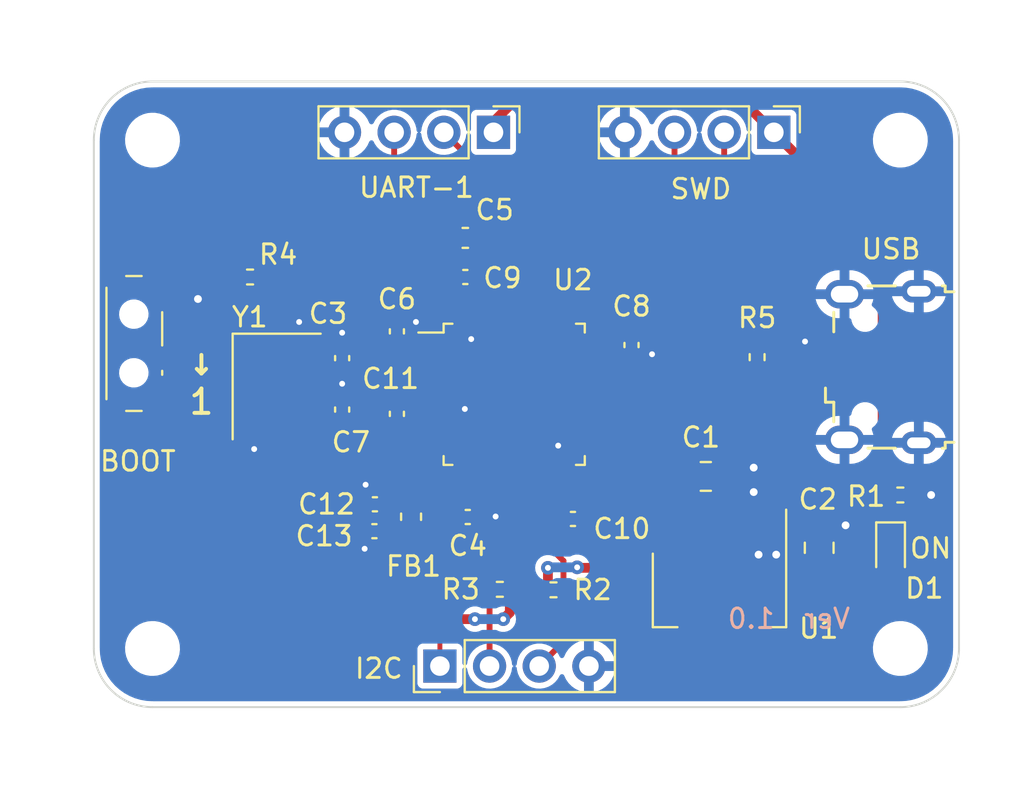
<source format=kicad_pcb>
(kicad_pcb (version 20211014) (generator pcbnew)
  (layers (0 "F.Cu" signal) (31 "B.Cu" power) (34 "B.Paste" user) (35 "F.Paste" user) (36 "B.SilkS" user "B.Silkscreen") (37 "F.SilkS" user "F.Silkscreen") (38 "B.Mask" user) (39 "F.Mask" user) (44 "Edge.Cuts" user))
  (net 0 "")
  (net 1 "VBUS")
  (net 2 "GND")
  (net 3 "+3.3V")
  (net 4 "/HSE_IN")
  (net 5 "/NRST")
  (net 6 "/HSE_OUT")
  (net 7 "+3.3VA")
  (net 8 "Net-(D1-Pad1)")
  (net 9 "/USART_1_TX")
  (net 10 "/I2C2_SCL")
  (net 11 "/I2C2_SDA")
  (net 12 "/SWDIO")
  (net 13 "/SWCLK")
  (net 14 "/USB_D-")
  (net 15 "/USB_D+")
  (net 17 "/SW_BOOT0")
  (net 18 "/BOOT0")
  (net 46 "/USART_1_RX")
  (footprint "Resistor_SMD:R_0402_1005Metric" (layer "F.Cu") (at 167.425 87.1 -90)
    (fp_text reference "R5" (at -2.01 0 180) (layer "F.SilkS"))
    (fp_text value "1k5")
    (fp_line (start -0.153641 0.38) (end 0.153641 0.38) (layer "F.SilkS") (width 0.12))
    (fp_line (start -0.153641 -0.38) (end 0.153641 -0.38) (layer "F.SilkS") (width 0.12))
    (pad "1" smd roundrect (at -0.51 0 270) (size 0.54 0.64) (layers "F.Cu" "F.Paste" "F.Mask") (net 3 "+3.3V"))
    (pad "2" smd roundrect (at 0.51 0 270) (size 0.54 0.64) (layers "F.Cu" "F.Paste" "F.Mask") (net 15 "/USB_D+"))
  )
  (footprint "Capacitor_SMD:C_0402_1005Metric" (layer "F.Cu") (at 149 85.78 90)
    (fp_text reference "C6" (at 1.65 0 180) (layer "F.SilkS"))
    (fp_text value "100n")
    (fp_line (start -0.107836 -0.36) (end 0.107836 -0.36) (layer "F.SilkS") (width 0.12))
    (fp_line (start -0.107836 0.36) (end 0.107836 0.36) (layer "F.SilkS") (width 0.12))
    (pad "1" smd roundrect (at -0.48 0 90) (size 0.56 0.62) (layers "F.Cu" "F.Paste" "F.Mask") (net 3 "+3.3V"))
    (pad "2" smd roundrect (at 0.48 0 90) (size 0.56 0.62) (layers "F.Cu" "F.Paste" "F.Mask") (net 2 "GND"))
  )
  (footprint "Connector_PinHeader_2.54mm:PinHeader_1x04_P2.54mm_Vertical" (layer "F.Cu") (at 151.2 102.9 90)
    (fp_text reference "J2")
    (fp_text value "Conn_01x04_Male")
    (fp_line (start 1.33 1.27) (end 1.33 8.95) (layer "F.SilkS") (width 0.12))
    (fp_line (start -1.33 1.27) (end -1.33 8.95) (layer "F.SilkS") (width 0.12))
    (fp_line (start -1.33 0) (end -1.33 -1.33) (layer "F.SilkS") (width 0.12))
    (fp_line (start -1.33 -1.33) (end 0 -1.33) (layer "F.SilkS") (width 0.12))
    (fp_line (start -1.33 1.27) (end 1.33 1.27) (layer "F.SilkS") (width 0.12))
    (fp_line (start -1.33 8.95) (end 1.33 8.95) (layer "F.SilkS") (width 0.12))
    (pad "1" thru_hole rect (at 0 0 90) (size 1.7 1.7) (drill 1) (layers *.Cu *.Mask) (net 3 "+3.3V"))
    (pad "2" thru_hole oval (at 0 2.54 90) (size 1.7 1.7) (drill 1) (layers *.Cu *.Mask) (net 10 "/I2C2_SCL"))
    (pad "3" thru_hole oval (at 0 5.08 90) (size 1.7 1.7) (drill 1) (layers *.Cu *.Mask) (net 11 "/I2C2_SDA"))
    (pad "4" thru_hole oval (at 0 7.62 90) (size 1.7 1.7) (drill 1) (layers *.Cu *.Mask) (net 2 "GND"))
  )
  (footprint "Capacitor_SMD:C_0402_1005Metric" (layer "F.Cu") (at 149 90 90)
    (fp_text reference "C11" (at 1.8 -0.325 180) (layer "F.SilkS"))
    (fp_text value "10u")
    (fp_line (start -0.107836 0.36) (end 0.107836 0.36) (layer "F.SilkS") (width 0.12))
    (fp_line (start -0.107836 -0.36) (end 0.107836 -0.36) (layer "F.SilkS") (width 0.12))
    (pad "1" smd roundrect (at -0.48 0 90) (size 0.56 0.62) (layers "F.Cu" "F.Paste" "F.Mask") (net 7 "+3.3VA"))
    (pad "2" smd roundrect (at 0.48 0 90) (size 0.56 0.62) (layers "F.Cu" "F.Paste" "F.Mask") (net 2 "GND"))
  )
  (footprint "Resistor_SMD:R_0402_1005Metric" (layer "F.Cu") (at 141.49 83)
    (fp_text reference "R4" (at 1.435 -1.15) (layer "F.SilkS"))
    (fp_text value "10k")
    (fp_line (start -0.153641 0.38) (end 0.153641 0.38) (layer "F.SilkS") (width 0.12))
    (fp_line (start -0.153641 -0.38) (end 0.153641 -0.38) (layer "F.SilkS") (width 0.12))
    (pad "1" smd roundrect (at -0.51 0) (size 0.54 0.64) (layers "F.Cu" "F.Paste" "F.Mask") (net 17 "/SW_BOOT0"))
    (pad "2" smd roundrect (at 0.51 0) (size 0.54 0.64) (layers "F.Cu" "F.Paste" "F.Mask") (net 18 "/BOOT0"))
  )
  (footprint "Capacitor_SMD:C_0805_2012Metric" (layer "F.Cu") (at 164.8 93.2)
    (fp_text reference "C1" (at -0.25 -2) (layer "F.SilkS"))
    (fp_text value "22u")
    (fp_line (start -0.261252 -0.735) (end 0.261252 -0.735) (layer "F.SilkS") (width 0.12))
    (fp_line (start -0.261252 0.735) (end 0.261252 0.735) (layer "F.SilkS") (width 0.12))
    (pad "1" smd roundrect (at -0.95 0) (size 1 1.45) (layers "F.Cu" "F.Paste" "F.Mask") (net 1 "VBUS"))
    (pad "2" smd roundrect (at 0.95 0) (size 1 1.45) (layers "F.Cu" "F.Paste" "F.Mask") (net 2 "GND"))
  )
  (footprint "Package_TO_SOT_SMD:SOT-223-3_TabPin2" (layer "F.Cu") (at 165.5 99 -90)
    (fp_text reference "U1" (at 1.975 -5.075 180) (layer "F.SilkS"))
    (fp_text value "AMS1117-3.3")
    (fp_line (start -4.1 -3.41) (end 1.91 -3.41) (layer "F.SilkS") (width 0.12))
    (fp_line (start -1.85 3.41) (end 1.91 3.41) (layer "F.SilkS") (width 0.12))
    (fp_line (start 1.91 -3.41) (end 1.91 -2.15) (layer "F.SilkS") (width 0.12))
    (fp_line (start 1.91 3.41) (end 1.91 2.15) (layer "F.SilkS") (width 0.12))
    (pad "1" smd rect (at -3.15 -2.3 270) (size 2 1.5) (layers "F.Cu" "F.Paste" "F.Mask") (net 2 "GND"))
    (pad "2" smd rect (at -3.15 0 270) (size 2 1.5) (layers "F.Cu" "F.Paste" "F.Mask") (net 3 "+3.3V"))
    (pad "2" smd rect (at 3.15 0 270) (size 2 3.8) (layers "F.Cu" "F.Paste" "F.Mask") (net 3 "+3.3V"))
    (pad "3" smd rect (at -3.15 2.3 270) (size 2 1.5) (layers "F.Cu" "F.Paste" "F.Mask") (net 1 "VBUS"))
  )
  (footprint "Resistor_SMD:R_0402_1005Metric" (layer "F.Cu") (at 174.75 94.15)
    (fp_text reference "R1" (at -1.75 0.075) (layer "F.SilkS"))
    (fp_text value "1k5")
    (fp_line (start -0.153641 0.38) (end 0.153641 0.38) (layer "F.SilkS") (width 0.12))
    (fp_line (start -0.153641 -0.38) (end 0.153641 -0.38) (layer "F.SilkS") (width 0.12))
    (pad "1" smd roundrect (at -0.51 0) (size 0.54 0.64) (layers "F.Cu" "F.Paste" "F.Mask") (net 8 "Net-(D1-Pad1)"))
    (pad "2" smd roundrect (at 0.51 0) (size 0.54 0.64) (layers "F.Cu" "F.Paste" "F.Mask") (net 2 "GND"))
  )
  (footprint "Capacitor_SMD:C_0402_1005Metric" (layer "F.Cu") (at 146.2 87.15 90)
    (fp_text reference "C3" (at 2.275 -0.725) (layer "F.SilkS"))
    (fp_text value "10p")
    (fp_line (start -0.107836 0.36) (end 0.107836 0.36) (layer "F.SilkS") (width 0.12))
    (fp_line (start -0.107836 -0.36) (end 0.107836 -0.36) (layer "F.SilkS") (width 0.12))
    (pad "1" smd roundrect (at -0.48 0 90) (size 0.56 0.62) (layers "F.Cu" "F.Paste" "F.Mask") (net 4 "/HSE_IN"))
    (pad "2" smd roundrect (at 0.48 0 90) (size 0.56 0.62) (layers "F.Cu" "F.Paste" "F.Mask") (net 2 "GND"))
  )
  (footprint "Capacitor_SMD:C_0402_1005Metric" (layer "F.Cu") (at 147.875 94.625 180)
    (fp_text reference "C12" (at 2.475 0) (layer "F.SilkS"))
    (fp_text value "1u")
    (fp_line (start -0.107836 0.36) (end 0.107836 0.36) (layer "F.SilkS") (width 0.12))
    (fp_line (start -0.107836 -0.36) (end 0.107836 -0.36) (layer "F.SilkS") (width 0.12))
    (pad "1" smd roundrect (at -0.48 0 180) (size 0.56 0.62) (layers "F.Cu" "F.Paste" "F.Mask") (net 7 "+3.3VA"))
    (pad "2" smd roundrect (at 0.48 0 180) (size 0.56 0.62) (layers "F.Cu" "F.Paste" "F.Mask") (net 2 "GND"))
  )
  (footprint "Capacitor_SMD:C_0402_1005Metric" (layer "F.Cu") (at 161 86.48 -90)
    (fp_text reference "C8" (at -1.98 0 180) (layer "F.SilkS"))
    (fp_text value "100n")
    (fp_line (start -0.107836 0.36) (end 0.107836 0.36) (layer "F.SilkS") (width 0.12))
    (fp_line (start -0.107836 -0.36) (end 0.107836 -0.36) (layer "F.SilkS") (width 0.12))
    (pad "1" smd roundrect (at -0.48 0 270) (size 0.56 0.62) (layers "F.Cu" "F.Paste" "F.Mask") (net 3 "+3.3V"))
    (pad "2" smd roundrect (at 0.48 0 270) (size 0.56 0.62) (layers "F.Cu" "F.Paste" "F.Mask") (net 2 "GND"))
  )
  (footprint "Resistor_SMD:R_0402_1005Metric" (layer "F.Cu") (at 154.265 98.975 180)
    (fp_text reference "R3" (at 2 0) (layer "F.SilkS"))
    (fp_text value "1k5")
    (fp_line (start -0.153641 -0.38) (end 0.153641 -0.38) (layer "F.SilkS") (width 0.12))
    (fp_line (start -0.153641 0.38) (end 0.153641 0.38) (layer "F.SilkS") (width 0.12))
    (pad "1" smd roundrect (at -0.51 0 180) (size 0.54 0.64) (layers "F.Cu" "F.Paste" "F.Mask") (net 3 "+3.3V"))
    (pad "2" smd roundrect (at 0.51 0 180) (size 0.54 0.64) (layers "F.Cu" "F.Paste" "F.Mask") (net 10 "/I2C2_SCL"))
  )
  (footprint "Connector_PinHeader_2.54mm:PinHeader_1x04_P2.54mm_Vertical" (layer "F.Cu") (at 153.94 75.6 -90)
    (fp_text reference "J1")
    (fp_text value "Conn_01x04_Male")
    (fp_line (start 1.33 1.27) (end 1.33 8.95) (layer "F.SilkS") (width 0.12))
    (fp_line (start -1.33 0) (end -1.33 -1.33) (layer "F.SilkS") (width 0.12))
    (fp_line (start -1.33 1.27) (end -1.33 8.95) (layer "F.SilkS") (width 0.12))
    (fp_line (start -1.33 8.95) (end 1.33 8.95) (layer "F.SilkS") (width 0.12))
    (fp_line (start -1.33 -1.33) (end 0 -1.33) (layer "F.SilkS") (width 0.12))
    (fp_line (start -1.33 1.27) (end 1.33 1.27) (layer "F.SilkS") (width 0.12))
    (pad "1" thru_hole rect (at 0 0 270) (size 1.7 1.7) (drill 1) (layers *.Cu *.Mask) (net 3 "+3.3V"))
    (pad "2" thru_hole oval (at 0 2.54 270) (size 1.7 1.7) (drill 1) (layers *.Cu *.Mask) (net 9 "/USART_1_TX"))
    (pad "3" thru_hole oval (at 0 5.08 270) (size 1.7 1.7) (drill 1) (layers *.Cu *.Mask) (net 46 "/USART_1_RX"))
    (pad "4" thru_hole oval (at 0 7.62 270) (size 1.7 1.7) (drill 1) (layers *.Cu *.Mask) (net 2 "GND"))
  )
  (footprint "Package_QFP:LQFP-48_7x7mm_P0.5mm" (layer "F.Cu") (at 155 89)
    (fp_text reference "U2" (at 3 -5.85) (layer "F.SilkS"))
    (fp_text value "STM32F103C8T6")
    (fp_line (start 3.61 -3.61) (end 3.61 -3.16) (layer "F.SilkS") (width 0.12))
    (fp_line (start 3.16 3.61) (end 3.61 3.61) (layer "F.SilkS") (width 0.12))
    (fp_line (start -3.61 3.61) (end -3.61 3.16) (layer "F.SilkS") (width 0.12))
    (fp_line (start -3.16 3.61) (end -3.61 3.61) (layer "F.SilkS") (width 0.12))
    (fp_line (start -3.61 -3.16) (end -4.9 -3.16) (layer "F.SilkS") (width 0.12))
    (fp_line (start 3.16 -3.61) (end 3.61 -3.61) (layer "F.SilkS") (width 0.12))
    (fp_line (start -3.61 -3.61) (end -3.61 -3.16) (layer "F.SilkS") (width 0.12))
    (fp_line (start 3.61 3.61) (end 3.61 3.16) (layer "F.SilkS") (width 0.12))
    (fp_line (start -3.16 -3.61) (end -3.61 -3.61) (layer "F.SilkS") (width 0.12))
    (pad "1" smd roundrect (at -4.1625 -2.75) (size 1.475 0.3) (layers "F.Cu" "F.Paste" "F.Mask") (net 3 "+3.3V"))
    (pad "2" smd roundrect (at -4.1625 -2.25) (size 1.475 0.3) (layers "F.Cu" "F.Paste" "F.Mask"))
    (pad "3" smd roundrect (at -4.1625 -1.75) (size 1.475 0.3) (layers "F.Cu" "F.Paste" "F.Mask"))
    (pad "4" smd roundrect (at -4.1625 -1.25) (size 1.475 0.3) (layers "F.Cu" "F.Paste" "F.Mask"))
    (pad "5" smd roundrect (at -4.1625 -0.75) (size 1.475 0.3) (layers "F.Cu" "F.Paste" "F.Mask") (net 4 "/HSE_IN"))
    (pad "6" smd roundrect (at -4.1625 -0.25) (size 1.475 0.3) (layers "F.Cu" "F.Paste" "F.Mask") (net 6 "/HSE_OUT"))
    (pad "7" smd roundrect (at -4.1625 0.25) (size 1.475 0.3) (layers "F.Cu" "F.Paste" "F.Mask") (net 5 "/NRST"))
    (pad "8" smd roundrect (at -4.1625 0.75) (size 1.475 0.3) (layers "F.Cu" "F.Paste" "F.Mask") (net 2 "GND"))
    (pad "9" smd roundrect (at -4.1625 1.25) (size 1.475 0.3) (layers "F.Cu" "F.Paste" "F.Mask") (net 7 "+3.3VA"))
    (pad "10" smd roundrect (at -4.1625 1.75) (size 1.475 0.3) (layers "F.Cu" "F.Paste" "F.Mask"))
    (pad "11" smd roundrect (at -4.1625 2.25) (size 1.475 0.3) (layers "F.Cu" "F.Paste" "F.Mask"))
    (pad "12" smd roundrect (at -4.1625 2.75) (size 1.475 0.3) (layers "F.Cu" "F.Paste" "F.Mask"))
    (pad "13" smd roundrect (at -2.75 4.1625) (size 0.3 1.475) (layers "F.Cu" "F.Paste" "F.Mask"))
    (pad "14" smd roundrect (at -2.25 4.1625) (size 0.3 1.475) (layers "F.Cu" "F.Paste" "F.Mask"))
    (pad "15" smd roundrect (at -1.75 4.1625) (size 0.3 1.475) (layers "F.Cu" "F.Paste" "F.Mask"))
    (pad "16" smd roundrect (at -1.25 4.1625) (size 0.3 1.475) (layers "F.Cu" "F.Paste" "F.Mask"))
    (pad "17" smd roundrect (at -0.75 4.1625) (size 0.3 1.475) (layers "F.Cu" "F.Paste" "F.Mask"))
    (pad "18" smd roundrect (at -0.25 4.1625) (size 0.3 1.475) (layers "F.Cu" "F.Paste" "F.Mask"))
    (pad "19" smd roundrect (at 0.25 4.1625) (size 0.3 1.475) (layers "F.Cu" "F.Paste" "F.Mask"))
    (pad "20" smd roundrect (at 0.75 4.1625) (size 0.3 1.475) (layers "F.Cu" "F.Paste" "F.Mask"))
    (pad "21" smd roundrect (at 1.25 4.1625) (size 0.3 1.475) (layers "F.Cu" "F.Paste" "F.Mask") (net 10 "/I2C2_SCL"))
    (pad "22" smd roundrect (at 1.75 4.1625) (size 0.3 1.475) (layers "F.Cu" "F.Paste" "F.Mask") (net 11 "/I2C2_SDA"))
    (pad "23" smd roundrect (at 2.25 4.1625) (size 0.3 1.475) (layers "F.Cu" "F.Paste" "F.Mask") (net 2 "GND"))
    (pad "24" smd roundrect (at 2.75 4.1625) (size 0.3 1.475) (layers "F.Cu" "F.Paste" "F.Mask") (net 3 "+3.3V"))
    (pad "25" smd roundrect (at 4.1625 2.75) (size 1.475 0.3) (layers "F.Cu" "F.Paste" "F.Mask"))
    (pad "26" smd roundrect (at 4.1625 2.25) (size 1.475 0.3) (layers "F.Cu" "F.Paste" "F.Mask"))
    (pad "27" smd roundrect (at 4.1625 1.75) (size 1.475 0.3) (layers "F.Cu" "F.Paste" "F.Mask"))
    (pad "28" smd roundrect (at 4.1625 1.25) (size 1.475 0.3) (layers "F.Cu" "F.Paste" "F.Mask"))
    (pad "29" smd roundrect (at 4.1625 0.75) (size 1.475 0.3) (layers "F.Cu" "F.Paste" "F.Mask"))
    (pad "30" smd roundrect (at 4.1625 0.25) (size 1.475 0.3) (layers "F.Cu" "F.Paste" "F.Mask"))
    (pad "31" smd roundrect (at 4.1625 -0.25) (size 1.475 0.3) (layers "F.Cu" "F.Paste" "F.Mask"))
    (pad "32" smd roundrect (at 4.1625 -0.75) (size 1.475 0.3) (layers "F.Cu" "F.Paste" "F.Mask") (net 14 "/USB_D-"))
    (pad "33" smd roundrect (at 4.1625 -1.25) (size 1.475 0.3) (layers "F.Cu" "F.Paste" "F.Mask") (net 15 "/USB_D+"))
    (pad "34" smd roundrect (at 4.1625 -1.75) (size 1.475 0.3) (layers "F.Cu" "F.Paste" "F.Mask") (net 12 "/SWDIO"))
    (pad "35" smd roundrect (at 4.1625 -2.25) (size 1.475 0.3) (layers "F.Cu" "F.Paste" "F.Mask") (net 2 "GND"))
    (pad "36" smd roundrect (at 4.1625 -2.75) (size 1.475 0.3) (layers "F.Cu" "F.Paste" "F.Mask") (net 3 "+3.3V"))
    (pad "37" smd roundrect (at 2.75 -4.1625) (size 0.3 1.475) (layers "F.Cu" "F.Paste" "F.Mask") (net 13 "/SWCLK"))
    (pad "38" smd roundrect (at 2.25 -4.1625) (size 0.3 1.475) (layers "F.Cu" "F.Paste" "F.Mask"))
    (pad "39" smd roundrect (at 1.75 -4.1625) (size 0.3 1.475) (layers "F.Cu" "F.Paste" "F.Mask"))
    (pad "40" smd roundrect (at 1.25 -4.1625) (size 0.3 1.475) (layers "F.Cu" "F.Paste" "F.Mask"))
    (pad "41" smd roundrect (at 0.75 -4.1625) (size 0.3 1.475) (layers "F.Cu" "F.Paste" "F.Mask"))
    (pad "42" smd roundrect (at 0.25 -4.1625) (size 0.3 1.475) (layers "F.Cu" "F.Paste" "F.Mask") (net 9 "/USART_1_TX"))
    (pad "43" smd roundrect (at -0.25 -4.1625) (size 0.3 1.475) (layers "F.Cu" "F.Paste" "F.Mask") (net 46 "/USART_1_RX"))
    (pad "44" smd roundrect (at -0.75 -4.1625) (size 0.3 1.475) (layers "F.Cu" "F.Paste" "F.Mask") (net 18 "/BOOT0"))
    (pad "45" smd roundrect (at -1.25 -4.1625) (size 0.3 1.475) (layers "F.Cu" "F.Paste" "F.Mask"))
    (pad "46" smd roundrect (at -1.75 -4.1625) (size 0.3 1.475) (layers "F.Cu" "F.Paste" "F.Mask"))
    (pad "47" smd roundrect (at -2.25 -4.1625) (size 0.3 1.475) (layers "F.Cu" "F.Paste" "F.Mask") (net 2 "GND"))
    (pad "48" smd roundrect (at -2.75 -4.1625) (size 0.3 1.475) (layers "F.Cu" "F.Paste" "F.Mask") (net 3 "+3.3V"))
  )
  (footprint "Capacitor_SMD:C_0402_1005Metric" (layer "F.Cu") (at 158.005 95.375 180)
    (fp_text reference "C10" (at -2.5 -0.5) (layer "F.SilkS"))
    (fp_text value "100n")
    (fp_line (start -0.107836 -0.36) (end 0.107836 -0.36) (layer "F.SilkS") (width 0.12))
    (fp_line (start -0.107836 0.36) (end 0.107836 0.36) (layer "F.SilkS") (width 0.12))
    (pad "1" smd roundrect (at -0.48 0 180) (size 0.56 0.62) (layers "F.Cu" "F.Paste" "F.Mask") (net 3 "+3.3V"))
    (pad "2" smd roundrect (at 0.48 0 180) (size 0.56 0.62) (layers "F.Cu" "F.Paste" "F.Mask") (net 2 "GND"))
  )
  (footprint "Capacitor_SMD:C_0402_1005Metric" (layer "F.Cu") (at 152.5 83)
    (fp_text reference "C9" (at 1.9 0.05) (layer "F.SilkS"))
    (fp_text value "100n")
    (fp_line (start -0.107836 0.36) (end 0.107836 0.36) (layer "F.SilkS") (width 0.12))
    (fp_line (start -0.107836 -0.36) (end 0.107836 -0.36) (layer "F.SilkS") (width 0.12))
    (pad "1" smd roundrect (at -0.48 0) (size 0.56 0.62) (layers "F.Cu" "F.Paste" "F.Mask") (net 3 "+3.3V"))
    (pad "2" smd roundrect (at 0.48 0) (size 0.56 0.62) (layers "F.Cu" "F.Paste" "F.Mask") (net 2 "GND"))
  )
  (footprint "MountingHole:MountingHole_2.2mm_M2" (layer "F.Cu") (at 136.5 76)
    (fp_text reference "H1")
    (fp_text value "MountingHole")
    (pad "" np_thru_hole circle (at 0 0) (size 2.2 2.2) (drill 2.2) (layers *.Cu *.Mask))
  )
  (footprint "MountingHole:MountingHole_2.2mm_M2" (layer "F.Cu") (at 174.75 102)
    (fp_text reference "H3")
    (fp_text value "MountingHole")
    (pad "" np_thru_hole circle (at 0 0) (size 2.2 2.2) (drill 2.2) (layers *.Cu *.Mask))
  )
  (footprint "Capacitor_SMD:C_0603_1608Metric" (layer "F.Cu") (at 152.5 81)
    (fp_text reference "C5" (at 1.5 -1.43) (layer "F.SilkS"))
    (fp_text value "10u")
    (fp_line (start -0.14058 0.51) (end 0.14058 0.51) (layer "F.SilkS") (width 0.12))
    (fp_line (start -0.14058 -0.51) (end 0.14058 -0.51) (layer "F.SilkS") (width 0.12))
    (pad "1" smd roundrect (at -0.775 0) (size 0.9 0.95) (layers "F.Cu" "F.Paste" "F.Mask") (net 3 "+3.3V"))
    (pad "2" smd roundrect (at 0.775 0) (size 0.9 0.95) (layers "F.Cu" "F.Paste" "F.Mask") (net 2 "GND"))
  )
  (footprint "Capacitor_SMD:C_0402_1005Metric" (layer "F.Cu") (at 146.2 89.78 90)
    (fp_text reference "C7" (at -1.67 0.45 180) (layer "F.SilkS"))
    (fp_text value "10p")
    (fp_line (start -0.107836 -0.36) (end 0.107836 -0.36) (layer "F.SilkS") (width 0.12))
    (fp_line (start -0.107836 0.36) (end 0.107836 0.36) (layer "F.SilkS") (width 0.12))
    (pad "1" smd roundrect (at -0.48 0 90) (size 0.56 0.62) (layers "F.Cu" "F.Paste" "F.Mask") (net 6 "/HSE_OUT"))
    (pad "2" smd roundrect (at 0.48 0 90) (size 0.56 0.62) (layers "F.Cu" "F.Paste" "F.Mask") (net 2 "GND"))
  )
  (footprint "LED_SMD:LED_0603_1608Metric" (layer "F.Cu") (at 174.25 97.0375 -90)
    (fp_text reference "D1" (at 1.8875 -1.725) (layer "F.SilkS"))
    (fp_text value "RED ")
    (fp_line (start 0.8 -0.735) (end -1.485 -0.735) (layer "F.SilkS") (width 0.12))
    (fp_line (start -1.485 -0.735) (end -1.485 0.735) (layer "F.SilkS") (width 0.12))
    (fp_line (start -1.485 0.735) (end 0.8 0.735) (layer "F.SilkS") (width 0.12))
    (pad "1" smd roundrect (at -0.7875 0 270) (size 0.875 0.95) (layers "F.Cu" "F.Paste" "F.Mask") (net 8 "Net-(D1-Pad1)"))
    (pad "2" smd roundrect (at 0.7875 0 270) (size 0.875 0.95) (layers "F.Cu" "F.Paste" "F.Mask") (net 3 "+3.3V"))
  )
  (footprint "Capacitor_SMD:C_0805_2012Metric" (layer "F.Cu") (at 170.6 96.85 90)
    (fp_text reference "C2" (at 2.475 -0.075 180) (layer "F.SilkS"))
    (fp_text value "22u")
    (fp_line (start -0.261252 -0.735) (end 0.261252 -0.735) (layer "F.SilkS") (width 0.12))
    (fp_line (start -0.261252 0.735) (end 0.261252 0.735) (layer "F.SilkS") (width 0.12))
    (pad "1" smd roundrect (at -0.95 0 90) (size 1 1.45) (layers "F.Cu" "F.Paste" "F.Mask") (net 3 "+3.3V"))
    (pad "2" smd roundrect (at 0.95 0 90) (size 1 1.45) (layers "F.Cu" "F.Paste" "F.Mask") (net 2 "GND"))
  )
  (footprint "Capacitor_SMD:C_0402_1005Metric" (layer "F.Cu") (at 147.85 96 180)
    (fp_text reference "C13" (at 2.575 -0.25) (layer "F.SilkS"))
    (fp_text value "1u")
    (fp_line (start -0.107836 0.36) (end 0.107836 0.36) (layer "F.SilkS") (width 0.12))
    (fp_line (start -0.107836 -0.36) (end 0.107836 -0.36) (layer "F.SilkS") (width 0.12))
    (pad "1" smd roundrect (at -0.48 0 180) (size 0.56 0.62) (layers "F.Cu" "F.Paste" "F.Mask") (net 3 "+3.3V"))
    (pad "2" smd roundrect (at 0.48 0 180) (size 0.56 0.62) (layers "F.Cu" "F.Paste" "F.Mask") (net 2 "GND"))
  )
  (footprint "Inductor_SMD:L_0603_1608Metric" (layer "F.Cu") (at 149.725 95.2625 -90)
    (fp_text reference "FB1" (at 2.5375 -0.125 180) (layer "F.SilkS"))
    (fp_text value "120R")
    (fp_line (start -0.162779 0.51) (end 0.162779 0.51) (layer "F.SilkS") (width 0.12))
    (fp_line (start -0.162779 -0.51) (end 0.162779 -0.51) (layer "F.SilkS") (width 0.12))
    (pad "1" smd roundrect (at -0.7875 0 270) (size 0.875 0.95) (layers "F.Cu" "F.Paste" "F.Mask") (net 7 "+3.3VA"))
    (pad "2" smd roundrect (at 0.7875 0 270) (size 0.875 0.95) (layers "F.Cu" "F.Paste" "F.Mask") (net 3 "+3.3V"))
  )
  (footprint "MountingHole:MountingHole_2.2mm_M2" (layer "F.Cu") (at 136.5 102)
    (fp_text reference "H4")
    (fp_text value "MountingHole")
    (pad "" np_thru_hole circle (at 0 0) (size 2.2 2.2) (drill 2.2) (layers *.Cu *.Mask))
  )
  (footprint "Resistor_SMD:R_0402_1005Metric" (layer "F.Cu") (at 157.01 99)
    (fp_text reference "R2" (at 2 0) (layer "F.SilkS"))
    (fp_text value "1k5")
    (fp_line (start -0.153641 0.38) (end 0.153641 0.38) (layer "F.SilkS") (width 0.12))
    (fp_line (start -0.153641 -0.38) (end 0.153641 -0.38) (layer "F.SilkS") (width 0.12))
    (pad "1" smd roundrect (at -0.51 0) (size 0.54 0.64) (layers "F.Cu" "F.Paste" "F.Mask") (net 3 "+3.3V"))
    (pad "2" smd roundrect (at 0.51 0) (size 0.54 0.64) (layers "F.Cu" "F.Paste" "F.Mask") (net 11 "/I2C2_SDA"))
  )
  (footprint "Button_Switch_SMD:SW_SPDT_PCM12" (layer "F.Cu") (at 135.875 86.4 -90)
    (fp_text reference "SW1" hide)
    (fp_text value "SW_SPDT")
    (fp_line (start -3.45 -0.07) (end -3.45 0.72) (layer "F.SilkS") (width 0.12))
    (fp_line (start 3.45 0.72) (end 3.45 -0.07) (layer "F.SilkS") (width 0.12))
    (fp_line (start 1.4 -1.12) (end 1.6 -1.12) (layer "F.SilkS") (width 0.12))
    (fp_line (start -1.6 -1.12) (end 0.1 -1.12) (layer "F.SilkS") (width 0.12))
    (fp_line (start -2.85 1.73) (end 2.85 1.73) (layer "F.SilkS") (width 0.12))
    (pad "" smd rect (at -3.65 1.43 270) (size 1 0.8) (layers "F.Cu" "F.Paste" "F.Mask"))
    (pad "" np_thru_hole circle (at -1.5 0.33 270) (size 0.9 0.9) (drill 0.9) (layers *.Cu *.Mask))
    (pad "" np_thru_hole circle (at 1.5 0.33 270) (size 0.9 0.9) (drill 0.9) (layers *.Cu *.Mask))
    (pad "" smd rect (at 3.65 1.43 270) (size 1 0.8) (layers "F.Cu" "F.Paste" "F.Mask"))
    (pad "" smd rect (at 3.65 -0.78 270) (size 1 0.8) (layers "F.Cu" "F.Paste" "F.Mask"))
    (pad "" smd rect (at -3.65 -0.78 270) (size 1 0.8) (layers "F.Cu" "F.Paste" "F.Mask"))
    (pad "1" smd rect (at -2.25 -1.43 270) (size 0.7 1.5) (layers "F.Cu" "F.Paste" "F.Mask") (net 2 "GND"))
    (pad "2" smd rect (at 0.75 -1.43 270) (size 0.7 1.5) (layers "F.Cu" "F.Paste" "F.Mask") (net 17 "/SW_BOOT0"))
    (pad "3" smd rect (at 2.25 -1.43 270) (size 0.7 1.5) (layers "F.Cu" "F.Paste" "F.Mask") (net 3 "+3.3V"))
  )
  (footprint "Capacitor_SMD:C_0402_1005Metric" (layer "F.Cu") (at 152.625 95.275)
    (fp_text reference "C4" (at 0 1.475) (layer "F.SilkS"))
    (fp_text value "100n")
    (fp_line (start -0.107836 0.36) (end 0.107836 0.36) (layer "F.SilkS") (width 0.12))
    (fp_line (start -0.107836 -0.36) (end 0.107836 -0.36) (layer "F.SilkS") (width 0.12))
    (pad "1" smd roundrect (at -0.48 0) (size 0.56 0.62) (layers "F.Cu" "F.Paste" "F.Mask") (net 5 "/NRST"))
    (pad "2" smd roundrect (at 0.48 0) (size 0.56 0.62) (layers "F.Cu" "F.Paste" "F.Mask") (net 2 "GND"))
  )
  (footprint "Connector_USB:USB_Micro-B_Wuerth_629105150521" (layer "F.Cu") (at 173.745 87.605 90)
    (fp_text reference "J4")
    (fp_text value "USB_B_Micro")
    (fp_line (start 1.8 -2.4) (end 2.8 -2.4) (layer "F.SilkS") (width 0.15))
    (fp_line (start -1.8 -2.825) (end -1.8 -2.4) (layer "F.SilkS") (width 0.15))
    (fp_line (start -3.85 3.3) (end -3.85 3.75) (layer "F.SilkS") (width 0.15))
    (fp_line (start 3.85 3.75) (end 3.85 3.3) (layer "F.SilkS") (width 0.15))
    (fp_line (start 4.15 3.3) (end 4.15 3.15) (layer "F.SilkS") (width 0.15))
    (fp_line (start -4.15 3.15) (end -4.15 3.3) (layer "F.SilkS") (width 0.15))
    (fp_line (start 4.15 0.75) (end 4.15 -0.65) (layer "F.SilkS") (width 0.15))
    (fp_line (start -4.15 3.3) (end -3.85 3.3) (layer "F.SilkS") (width 0.15))
    (fp_line (start 3.85 3.3) (end 4.15 3.3) (layer "F.SilkS") (width 0.15))
    (fp_line (start -4.15 -0.65) (end -4.15 0.75) (layer "F.SilkS") (width 0.15))
    (fp_line (start -1.8 -2.4) (end -2.8 -2.4) (layer "F.SilkS") (width 0.15))
    (fp_line (start -1.075 -2.825) (end -1.8 -2.825) (layer "F.SilkS") (width 0.15))
    (pad "" np_thru_hole oval (at 2.5 -0.8 90) (size 0.8 0.8) (drill 0.8) (layers *.Cu *.Mask))
    (pad "" np_thru_hole oval (at -2.5 -0.8 90) (size 0.8 0.8) (drill 0.8) (layers *.Cu *.Mask))
    (pad "1" smd rect (at -1.3 -1.9 90) (size 0.45 1.3) (layers "F.Cu" "F.Paste" "F.Mask") (net 1 "VBUS"))
    (pad "2" smd rect (at -0.65 -1.9 90) (size 0.45 1.3) (layers "F.Cu" "F.Paste" "F.Mask") (net 14 "/USB_D-"))
    (pad "3" smd rect (at 0 -1.9 90) (size 0.45 1.3) (layers "F.Cu" "F.Paste" "F.Mask") (net 15 "/USB_D+"))
    (pad "4" smd rect (at 0.65 -1.9 90) (size 0.45 1.3) (layers "F.Cu" "F.Paste" "F.Mask"))
    (pad "5" smd rect (at 1.3 -1.9 90) (size 0.45 1.3) (layers "F.Cu" "F.Paste" "F.Mask") (net 2 "GND"))
    (pad "6" thru_hole oval (at 3.875 1.95 90) (size 1.15 1.8) (drill oval 0.55 1.2) (layers *.Cu *.Mask) (net 2 "GND"))
    (pad "6" thru_hole oval (at -3.875 1.95 90) (size 1.15 1.8) (drill oval 0.55 1.2) (layers *.Cu *.Mask) (net 2 "GND"))
    (pad "6" thru_hole oval (at 3.725 -1.85 90) (size 1.45 2) (drill oval 0.85 1.4) (layers *.Cu *.Mask) (net 2 "GND"))
    (pad "6" thru_hole oval (at -3.725 -1.85 90) (size 1.45 2) (drill oval 0.85 1.4) (layers *.Cu *.Mask) (net 2 "GND"))
  )
  (footprint "Crystal:Crystal_SMD_3225-4Pin_3.2x2.5mm_HandSoldering" (layer "F.Cu") (at 142.85 88.6 -90)
    (fp_text reference "Y1" (at -3.55 1.375 180) (layer "F.SilkS"))
    (fp_text value "16Mhz")
    (fp_line (start -2.7 2.25) (end 2.7 2.25) (layer "F.SilkS") (width 0.12))
    (fp_line (start -2.7 -2.25) (end -2.7 2.25) (layer "F.SilkS") (width 0.12))
    (pad "1" smd rect (at -1.45 1.15 270) (size 2.1 1.8) (layers "F.Cu" "F.Paste" "F.Mask") (net 4 "/HSE_IN"))
    (pad "2" smd rect (at 1.45 1.15 270) (size 2.1 1.8) (layers "F.Cu" "F.Paste" "F.Mask") (net 2 "GND"))
    (pad "3" smd rect (at 1.45 -1.15 270) (size 2.1 1.8) (layers "F.Cu" "F.Paste" "F.Mask") (net 6 "/HSE_OUT"))
    (pad "4" smd rect (at -1.45 -1.15 270) (size 2.1 1.8) (layers "F.Cu" "F.Paste" "F.Mask") (net 2 "GND"))
  )
  (footprint "MountingHole:MountingHole_2.2mm_M2" (layer "F.Cu") (at 174.75 76)
    (fp_text reference "H2")
    (fp_text value "MountingHole")
    (pad "" np_thru_hole circle (at 0 0) (size 2.2 2.2) (drill 2.2) (layers *.Cu *.Mask))
  )
  (footprint "Connector_PinHeader_2.54mm:PinHeader_1x04_P2.54mm_Vertical" (layer "F.Cu") (at 168.28 75.6 -90)
    (fp_text reference "J3")
    (fp_text value "Conn_01x04_Male")
    (fp_line (start 1.33 1.27) (end 1.33 8.95) (layer "F.SilkS") (width 0.12))
    (fp_line (start -1.33 0) (end -1.33 -1.33) (layer "F.SilkS") (width 0.12))
    (fp_line (start -1.33 8.95) (end 1.33 8.95) (layer "F.SilkS") (width 0.12))
    (fp_line (start -1.33 1.27) (end 1.33 1.27) (layer "F.SilkS") (width 0.12))
    (fp_line (start -1.33 -1.33) (end 0 -1.33) (layer "F.SilkS") (width 0.12))
    (fp_line (start -1.33 1.27) (end -1.33 8.95) (layer "F.SilkS") (width 0.12))
    (pad "1" thru_hole rect (at 0 0 270) (size 1.7 1.7) (drill 1) (layers *.Cu *.Mask) (net 3 "+3.3V"))
    (pad "2" thru_hole oval (at 0 2.54 270) (size 1.7 1.7) (drill 1) (layers *.Cu *.Mask) (net 12 "/SWDIO"))
    (pad "3" thru_hole oval (at 0 5.08 270) (size 1.7 1.7) (drill 1) (layers *.Cu *.Mask) (net 13 "/SWCLK"))
    (pad "4" thru_hole oval (at 0 7.62 270) (size 1.7 1.7) (drill 1) (layers *.Cu *.Mask) (net 2 "GND"))
  )
  (gr_arc (start 174.75 73) (mid 176.87132 73.87868) (end 177.75 76) (layer "Edge.Cuts") (width 0.1))
  (gr_arc (start 133.5 76) (mid 134.37868 73.87868) (end 136.5 73) (layer "Edge.Cuts") (width 0.1))
  (gr_arc (start 177.75 102) (mid 176.87132 104.12132) (end 174.75 105) (layer "Edge.Cuts") (width 0.1))
  (gr_line (start 136.5 105) (end 174.75 105) (layer "Edge.Cuts") (width 0.1))
  (gr_line (start 133.5 102) (end 133.5 76) (layer "Edge.Cuts") (width 0.1))
  (gr_line (start 177.75 76) (end 177.75 102) (layer "Edge.Cuts") (width 0.1))
  (gr_arc (start 136.5 105) (mid 134.37868 104.12132) (end 133.5 102) (layer "Edge.Cuts") (width 0.1))
  (gr_line (start 136.5 73) (end 174.75 73) (layer "Edge.Cuts") (width 0.1))
  (gr_text "Ver  1.0" (at 169.05 100.475) (layer "B.SilkS") (effects (font (size 1 1)) (justify mirror)))
  (gr_text "BOOT" (at 135.75 92.425) (layer "F.SilkS") (effects (font (size 1 1))))
  (gr_text "SWD" (at 164.55 78.5) (layer "F.SilkS") (effects (font (size 1 1))))
  (gr_text "  ↓ \n 1" (at 138.525 88.375) (layer "F.SilkS") (effects (font (size 1.25 1.25) (thickness 0.2))))
  (gr_text "USB" (at 174.275 81.575) (layer "F.SilkS") (effects (font (size 1 1))))
  (gr_text "UART-1" (at 150 78.425) (layer "F.SilkS") (effects (font (size 1 1))))
  (gr_text "I2C" (at 148.075 103.025) (layer "F.SilkS") (effects (font (size 1 1))))
  (gr_text "ON" (at 176.3 96.875) (layer "F.SilkS") (effects (font (size 1 1))))
  (segment (start 152.75 84.8375) (end 152.75 86.125) (width 0.3) (layer "F.Cu") (net 2))
  (segment (start 149 85.3) (end 149.975 85.3) (width 0.3) (layer "F.Cu") (net 2))
  (segment (start 150.8375 89.75) (end 149.95 89.75) (width 0.3) (layer "F.Cu") (net 2))
  (segment (start 159.1625 86.75) (end 160.05 86.75) (width 0.3) (layer "F.Cu") (net 2))
  (segment (start 169.88 86.305) (end 169.875 86.3) (width 0.3) (layer "F.Cu") (net 2))
  (segment (start 146.2 89.3) (end 146.2 88.4595) (width 0.3) (layer "F.Cu") (net 2))
  (segment (start 161 86.96) (end 162.04 86.96) (width 0.3) (layer "F.Cu") (net 2))
  (segment (start 146.2 86.67) (end 146.2 85.85) (width 0.3) (layer "F.Cu") (net 2))
  (segment (start 157.25 93.1625) (end 157.25 94.175) (width 0.3) (layer "F.Cu") (net 2))
  (segment (start 153 83.02) (end 152.98 83) (width 0.3) (layer "F.Cu") (net 2))
  (segment (start 144 87.15) (end 144 85.3) (width 0.3) (layer "F.Cu") (net 2))
  (segment (start 147.395 93.63) (end 147.4 93.625) (width 0.3) (layer "F.Cu") (net 2))
  (segment (start 150.8375 89.75) (end 152.475 89.75) (width 0.3) (layer "F.Cu") (net 2))
  (segment (start 147.395 94.625) (end 147.395 93.63) (width 0.3) (layer "F.Cu") (net 2))
  (segment (start 149.02 89.5) (end 149 89.52) (width 0.3) (layer "F.Cu") (net 2))
  (segment (start 153.105 95.275) (end 154.025 95.275) (width 0.3) (layer "F.Cu") (net 2))
  (segment (start 147.37 96.88) (end 147.35 96.9) (width 0.3) (layer "F.Cu") (net 2))
  (segment (start 147.37 96) (end 147.37 96.88) (width 0.3) (layer "F.Cu") (net 2))
  (segment (start 149.7 89.5) (end 149.02 89.5) (width 0.3) (layer "F.Cu") (net 2))
  (segment (start 176.3 94.175) (end 176.325 94.15) (width 0.25) (layer "F.Cu") (net 2))
  (segment (start 160.05 86.75) (end 160.26 86.96) (width 0.3) (layer "F.Cu") (net 2))
  (segment (start 149.95 89.75) (end 149.7 89.5) (width 0.3) (layer "F.Cu") (net 2))
  (segment (start 152.75 86.125) (end 152.8 86.175) (width 0.3) (layer "F.Cu") (net 2))
  (segment (start 154.025 95.275) (end 154.05 95.25) (width 0.3) (layer "F.Cu") (net 2))
  (segment (start 157.525 94.45) (end 157.525 95.375) (width 0.3) (layer "F.Cu") (net 2))
  (segment (start 152.75 84.8375) (end 152.75 83.95) (width 0.3) (layer "F.Cu") (net 2))
  (segment (start 175.31 94.175) (end 176.3 94.175) (width 0.25) (layer "F.Cu") (net 2))
  (segment (start 160.26 86.96) (end 161 86.96) (width 0.3) (layer "F.Cu") (net 2))
  (segment (start 153.275 82.705) (end 152.98 83) (width 0.5) (layer "F.Cu") (net 2))
  (segment (start 162.04 86.96) (end 162.05 86.95) (width 0.3) (layer "F.Cu") (net 2))
  (segment (start 137.305 84.15) (end 138.8 84.15) (width 0.25) (layer "F.Cu") (net 2))
  (segment (start 153.275 81) (end 153.275 82.705) (width 0.5) (layer "F.Cu") (net 2))
  (segment (start 152.75 83.95) (end 153 83.7) (width 0.3) (layer "F.Cu") (net 2))
  (segment (start 141.7 90.05) (end 141.7 91.8) (width 0.3) (layer "F.Cu") (net 2))
  (segment (start 157.25 94.175) (end 157.525 94.45) (width 0.3) (layer "F.Cu") (net 2))
  (segment (start 157.25 93.1625) (end 157.25 91.625) (width 0.3) (layer "F.Cu") (net 2))
  (segment (start 138.8 84.15) (end 138.825 84.125) (width 0.25) (layer "F.Cu") (net 2))
  (segment (start 153 83.7) (end 153 83.02) (width 0.3) (layer "F.Cu") (net 2))
  (segment (start 171.845 86.305) (end 169.88 86.305) (width 0.3) (layer "F.Cu") (net 2))
  (via (at 162.05 86.95) (size 0.7) (drill 0.3) (layers "F.Cu" "B.Cu") (net 2))
  (via (at 154.05 95.25) (size 0.7) (drill 0.3) (layers "F.Cu" "B.Cu") (net 2))
  (via (at 168.4 97.2) (size 0.8) (drill 0.4) (layers "F.Cu" "B.Cu") (net 2))
  (via (at 157.25 91.625) (size 0.7) (drill 0.3) (layers "F.Cu" "B.Cu") (net 2))
  (via (at 146.2 88.4595) (size 0.7) (drill 0.3) (layers "F.Cu" "B.Cu") (net 2))
  (via (at 176.325 94.15) (size 0.8) (drill 0.4) (layers "F.Cu" "B.Cu") (net 2))
  (via (at 167.25 94) (size 0.8) (drill 0.4) (layers "F.Cu" "B.Cu") (net 2))
  (via (at 144 85.3) (size 0.7) (drill 0.3) (layers "F.Cu" "B.Cu") (net 2))
  (via (at 138.825 84.125) (size 0.8) (drill 0.4) (layers "F.Cu" "B.Cu") (net 2))
  (via (at 147.4 93.625) (size 0.7) (drill 0.3) (layers "F.Cu" "B.Cu") (net 2))
  (via (at 167.25 92.75) (size 0.8) (drill 0.4) (layers "F.Cu" "B.Cu") (net 2))
  (via (at 171.95 95.7) (size 0.8) (drill 0.4) (layers "F.Cu" "B.Cu") (net 2))
  (via (at 167.5 97.2) (size 0.8) (drill 0.4) (layers "F.Cu" "B.Cu") (net 2))
  (via (at 141.7 91.8) (size 0.7) (drill 0.3) (layers "F.Cu" "B.Cu") (net 2))
  (via (at 169.875 86.3) (size 0.7) (drill 0.3) (layers "F.Cu" "B.Cu") (net 2))
  (via (at 152.475 89.75) (size 0.7) (drill 0.3) (layers "F.Cu" "B.Cu") (net 2))
  (via (at 149.975 85.3) (size 0.7) (drill 0.3) (layers "F.Cu" "B.Cu") (net 2))
  (via (at 146.2 85.85) (size 0.7) (drill 0.3) (layers "F.Cu" "B.Cu") (net 2))
  (via (at 152.8 86.175) (size 0.7) (drill 0.3) (layers "F.Cu" "B.Cu") (net 2))
  (via (at 147.35 96.9) (size 0.7) (drill 0.3) (layers "F.Cu" "B.Cu") (net 2))
  (segment (start 162.05 86.95) (end 162.025 86.95) (width 0.3) (layer "B.Cu") (net 2))
  (segment (start 175.695 83.73) (end 176.055 83.73) (width 0.25) (layer "B.Cu") (net 2))
  (segment (start 162.025 86.95) (end 162 86.975) (width 0.3) (layer "B.Cu") (net 2))
  (segment (start 176.055 83.73) (end 176.275 83.95) (width 0.25) (layer "B.Cu") (net 2))
  (segment (start 139.25 88.65) (end 137.305 88.65) (width 0.5) (layer "F.Cu") (net 3))
  (segment (start 149.75 100.5) (end 143.95 100.5) (width 0.5) (layer "F.Cu") (net 3))
  (segment (start 172.365 79.685) (end 171.04 78.36) (width 0.5) (layer "F.Cu") (net 3))
  (segment (start 148.815614 86.26) (end 149 86.26) (width 0.5) (layer "F.Cu") (net 3))
  (segment (start 171.04 78.36) (end 168.28 75.6) (width 0.5) (layer "F.Cu") (net 3))
  (segment (start 151.2 100.65) (end 151.35 100.5) (width 0.25) (layer "F.Cu") (net 3))
  (segment (start 159.4 97.875) (end 158.2445 97.875) (width 0.5) (layer "F.Cu") (net 3))
  (segment (start 158.485 95.375) (end 158.485 93.7975) (width 0.5) (layer "F.Cu") (net 3))
  (segment (start 163.5 102.15) (end 162.5 102.15) (width 0.5) (layer "F.Cu") (net 3))
  (segment (start 166.405 73.725) (end 155.275 73.725) (width 0.5) (layer "F.Cu") (net 3))
  (segment (start 150.8375 86.25) (end 149.01 86.25) (width 0.3) (layer "F.Cu") (net 3))
  (segment (start 172.825 97.8) (end 174.225 97.8) (width 0.5) (layer "F.Cu") (net 3))
  (segment (start 167.45 86.65) (end 163.5 86.65) (width 0.5) (layer "F.Cu") (net 3))
  (segment (start 139.3 88.7) (end 139.3 86.92) (width 0.5) (layer "F.Cu") (net 3))
  (segment (start 149.725 96.05) (end 148.38 96.05) (width 0.5) (layer "F.Cu") (net 3))
  (segment (start 160.875 100.525) (end 160.875 98.725) (width 0.5) (layer "F.Cu") (net 3))
  (segment (start 156.725 98.775) (end 156.5 99) (width 0.5) (layer "F.Cu") (net 3))
  (segment (start 154.775 98.975) (end 154.775 100.1645) (width 0.5) (layer "F.Cu") (net 3))
  (segment (start 149.75 100.5) (end 149.75 96.075) (width 0.5) (layer "F.Cu") (net 3))
  (segment (start 151.2 102.9) (end 151.2 100.65) (width 0.25) (layer "F.Cu") (net 3))
  (segment (start 174.225 97.8) (end 174.25 97.825) (width 0.5) (layer "F.Cu") (net 3))
  (segment (start 172.825 97.8) (end 172.825 93.65) (width 0.5) (layer "F.Cu") (net 3))
  (segment (start 156.5 99) (end 154.8 99) (width 0.5) (layer "F.Cu") (net 3))
  (segment (start 159.85 86.25) (end 160.1 86) (width 0.3) (layer "F.Cu") (net 3))
  (segment (start 165.5 102.15) (end 163.5 102.15) (width 0.5) (layer "F.Cu") (net 3))
  (segment (start 172.165 79.685) (end 168.775 83.075) (width 0.5) (layer "F.Cu") (net 3))
  (segment (start 158.485 93.7975) (end 157.85 93.1625) (width 0.5) (layer "F.Cu") (net 3))
  (segment (start 172.825 93.65) (end 173.845001 92.629999) (width 0.5) (layer "F.Cu") (net 3))
  (segment (start 162.5 102.15) (end 161.075 100.725) (width 0.5) (layer "F.Cu") (net 3))
  (segment (start 160.025 97.875) (end 159.4 97.875) (width 0.5) (layer "F.Cu") (net 3))
  (segment (start 151.725 81) (end 151.725 82.075) (width 0.5) (layer "F.Cu") (net 3))
  (segment (start 162.85 86) (end 161 86) (width 0.5) (layer "F.Cu") (net 3))
  (segment (start 159.1625 86.25) (end 159.85 86.25) (width 0.3) (layer "F.Cu") (net 3))
  (segment (start 173.845001 81.165001) (end 172.365 79.685) (width 0.5) (layer "F.Cu") (net 3))
  (segment (start 168.775 85.325) (end 167.45 86.65) (width 0.5) (layer "F.Cu") (net 3))
  (segment (start 151.35 100.5) (end 149.75 100.5) (width 0.5) (layer "F.Cu") (net 3))
  (segment (start 142.195 84.025) (end 147.25 84.025) (width 0.5) (layer "F.Cu") (net 3))
  (segment (start 170.6 97.8) (end 172.825 97.8) (width 0.5) (layer "F.Cu") (net 3))
  (segment (start 160.875 98.725) (end 160.025 97.875) (width 0.5) (layer "F.Cu") (net 3))
  (segment (start 139.3 88.7) (end 139.25 88.65) (width 0.5) (layer "F.Cu") (net 3))
  (segment (start 152.25 84.8375) (end 152.25 84.05) (width 0.3) (layer "F.Cu") (net 3))
  (segment (start 148.775 84.025) (end 150.725 82.075) (width 0.5) (layer "F.Cu") (net 3))
  (segment (start 155.275 73.725) (end 153.94 75.06) (width 0.5) (layer "F.Cu") (net 3))
  (segment (start 139.3 86.92) (end 142.195 84.025) (width 0.5) (layer "F.Cu") (net 3))
  (segment (start 143.95 100.5) (end 139.3 95.85) (width 0.5) (layer "F.Cu") (net 3))
  (segment (start 168.28 75.6) (end 166.405 73.725) (width 0.5) (layer "F.Cu") (net 3))
  (segment (start 160.1 86) (end 161 86) (width 0.3) (layer "F.Cu") (net 3))
  (segment (start 152.25 84.05) (end 152 83.8) (width 0.3) (layer "F.Cu") (net 3))
  (segment (start 159.4 96.29) (end 158.485 95.375) (width 0.5) (layer "F.Cu") (net 3))
  (segment (start 151.725 82.705) (end 152.02 83) (width 0.5) (layer "F.Cu") (net 3))
  (segment (start 173.845001 92.629999) (end 173.845001 81.165001) (width 0.5) (layer "F.Cu") (net 3))
  (segment (start 163.5 86.65) (end 162.85 86) (width 0.5) (layer "F.Cu") (net 3))
  (segment (start 159.4 97.875) (end 159.4 96.29) (width 0.5) (layer "F.Cu") (net 3))
  (segment (start 152 83.02) (end 152.02 83) (width 0.3) (layer "F.Cu") (net 3))
  (segment (start 152.9905 100.5) (end 151.35 100.5) (width 0.5) (layer "F.Cu") (net 3))
  (segment (start 168.775 83.075) (end 168.775 85.325) (width 0.5) (layer "F.Cu") (net 3))
  (segment (start 149.75 96.075) (end 149.725 96.05) (width 0.5) (layer "F.Cu") (net 3))
  (segment (start 147.25 84.694386) (end 148.815614 86.26) (width 0.5) (layer "F.Cu") (net 3))
  (segment (start 154.8 99) (end 154.775 98.975) (width 0.5) (layer "F.Cu") (net 3))
  (segment (start 152 83.35) (end 152 83.02) (width 0.3) (layer "F.Cu") (net 3))
  (segment (start 147.25 84.025) (end 147.25 84.694386) (width 0.5) (layer "F.Cu") (net 3))
  (segment (start 150.725 82.075) (end 151.725 82.075) (width 0.5) (layer "F.Cu") (net 3))
  (segment (start 154.775 100.1645) (end 154.4395 100.5) (width 0.5) (layer "F.Cu") (net 3))
  (segment (start 156.725 97.875) (end 156.725 98.775) (width 0.5) (layer "F.Cu") (net 3))
  (segment (start 148.38 96.05) (end 148.33 96) (width 0.5) (layer "F.Cu") (net 3))
  (segment (start 158.2445 97.875) (end 158.2195 97.85) (width 0.5) (layer "F.Cu") (net 3))
  (segment (start 161.075 100.725) (end 160.875 100.525) (width 0.5) (layer "F.Cu") (net 3))
  (segment (start 149.01 86.25) (end 149 86.26) (width 0.3) (layer "F.Cu") (net 3))
  (segment (start 151.725 82.075) (end 151.725 82.705) (width 0.5) (layer "F.Cu") (net 3))
  (segment (start 152 83.8) (end 152 83.35) (width 0.3) (layer "F.Cu") (net 3))
  (segment (start 153.94 75.06) (end 153.94 75.6) (width 0.5) (layer "F.Cu") (net 3))
  (segment (start 139.3 95.85) (end 139.3 88.7) (width 0.5) (layer "F.Cu") (net 3))
  (segment (start 172.365 79.685) (end 172.165 79.685) (width 0.5) (layer "F.Cu") (net 3))
  (segment (start 147.25 84.025) (end 148.775 84.025) (width 0.5) (layer "F.Cu") (net 3))
  (via (at 156.725 97.875) (size 0.7) (drill 0.3) (layers "F.Cu" "B.Cu") (net 3))
  (via (at 154.4395 100.5) (size 0.7) (drill 0.3) (layers "F.Cu" "B.Cu") (net 3))
  (via (at 152.9905 100.5) (size 0.7) (drill 0.3) (layers "F.Cu" "B.Cu") (net 3))
  (via (at 158.2195 97.85) (size 0.7) (drill 0.3) (layers "F.Cu" "B.Cu") (net 3))
  (segment (start 156.75 97.85) (end 156.725 97.875) (width 0.5) (layer "B.Cu") (net 3))
  (segment (start 154.4395 100.5) (end 152.9905 100.5) (width 0.5) (layer "B.Cu") (net 3))
  (segment (start 158.2195 97.85) (end 156.75 97.85) (width 0.5) (layer "B.Cu") (net 3))
  (segment (start 145.87 87.63) (end 145.4 88.1) (width 0.3) (layer "F.Cu") (net 4))
  (segment (start 145.97 87.63) (end 146.2 87.63) (width 0.3) (layer "F.Cu") (net 4))
  (segment (start 148.93 87.63) (end 146.2 87.63) (width 0.3) (layer "F.Cu") (net 4))
  (segment (start 150.8375 88.25) (end 149.55 88.25) (width 0.3) (layer "F.Cu") (net 4))
  (segment (start 146.2 87.63) (end 145.87 87.63) (width 0.3) (layer "F.Cu") (net 4))
  (segment (start 141.7 87.3) (end 141.7 87.15) (width 0.3) (layer "F.Cu") (net 4))
  (segment (start 149.55 88.25) (end 148.93 87.63) (width 0.3) (layer "F.Cu") (net 4))
  (segment (start 145.4 88.6) (end 143 88.6) (width 0.3) (layer "F.Cu") (net 4))
  (segment (start 143 88.6) (end 141.7 87.3) (width 0.3) (layer "F.Cu") (net 4))
  (segment (start 145.4 88.1) (end 145.4 88.6) (width 0.3) (layer "F.Cu") (net 4))
  (segment (start 151.98505 89.25) (end 152.18505 89.05) (width 0.3) (layer "F.Cu") (net 5))
  (segment (start 152.18505 89.05) (end 153 89.05) (width 0.3) (layer "F.Cu") (net 5))
  (segment (start 150.8375 89.25) (end 151.98505 89.25) (width 0.3) (layer "F.Cu") (net 5))
  (segment (start 153.475 90.598959) (end 151.25 92.823959) (width 0.3) (layer "F.Cu") (net 5))
  (segment (start 151.25 94.38) (end 152.145 95.275) (width 0.3) (layer "F.Cu") (net 5))
  (segment (start 153.475 89.525) (end 153.475 90.598959) (width 0.3) (layer "F.Cu") (net 5))
  (segment (start 153 89.05) (end 153.475 89.525) (width 0.3) (layer "F.Cu") (net 5))
  (segment (start 151.25 92.823959) (end 151.25 94.38) (width 0.3) (layer "F.Cu") (net 5))
  (segment (start 150.8375 88.75) (end 148.65 88.75) (width 0.3) (layer "F.Cu") (net 6))
  (segment (start 144.21 90.26) (end 144 90.05) (width 0.3) (layer "F.Cu") (net 6))
  (segment (start 148 89.4) (end 148 90.3) (width 0.3) (layer "F.Cu") (net 6))
  (segment (start 148 90.3) (end 146.24 90.3) (width 0.3) (layer "F.Cu") (net 6))
  (segment (start 146.2 90.26) (end 144.21 90.26) (width 0.3) (layer "F.Cu") (net 6))
  (segment (start 148.65 88.75) (end 148 89.4) (width 0.3) (layer "F.Cu") (net 6))
  (segment (start 146.24 90.3) (end 146.2 90.26) (width 0.3) (layer "F.Cu") (net 6))
  (segment (start 149.6 90.5) (end 149.02 90.5) (width 0.3) (layer "F.Cu") (net 7))
  (segment (start 149.02 90.5) (end 149 90.48) (width 0.3) (layer "F.Cu") (net 7))
  (segment (start 149 90.48) (end 148.355 91.125) (width 0.3) (layer "F.Cu") (net 7))
  (segment (start 150.8375 90.25) (end 149.85 90.25) (width 0.3) (layer "F.Cu") (net 7))
  (segment (start 148.355 94.625) (end 149.575 94.625) (width 0.3) (layer "F.Cu") (net 7))
  (segment (start 148.355 91.125) (end 148.355 94.625) (width 0.3) (layer "F.Cu") (net 7))
  (segment (start 149.85 90.25) (end 149.6 90.5) (width 0.3) (layer "F.Cu") (net 7))
  (segment (start 149.575 94.625) (end 149.725 94.475) (width 0.3) (layer "F.Cu") (net 7))
  (segment (start 174.24 96.24) (end 174.25 96.25) (width 0.25) (layer "F.Cu") (net 8))
  (segment (start 174.24 94.15) (end 174.24 96.24) (width 0.25) (layer "F.Cu") (net 8))
  (segment (start 155.25 83.825) (end 156.7 82.375) (width 0.3) (layer "F.Cu") (net 9))
  (segment (start 153.45 77.65) (end 151.4 75.6) (width 0.3) (layer "F.Cu") (net 9))
  (segment (start 155.25 77.65) (end 153.45 77.65) (width 0.3) (layer "F.Cu") (net 9))
  (segment (start 156.7 79.1) (end 155.25 77.65) (width 0.3) (layer "F.Cu") (net 9))
  (segment (start 156.7 82.375) (end 156.7 79.1) (width 0.3) (layer "F.Cu") (net 9))
  (segment (start 155.25 84.8375) (end 155.25 83.825) (width 0.3) (layer "F.Cu") (net 9))
  (segment (start 156.25 93.1625) (end 156.25 94.525) (width 0.3) (layer "F.Cu") (net 10))
  (segment (start 153.755 98.975) (end 153.74 98.99) (width 0.3) (layer "F.Cu") (net 10))
  (segment (start 153.725 97.05) (end 153.725 98.945) (width 0.3) (layer "F.Cu") (net 10))
  (segment (start 156.25 94.525) (end 153.725 97.05) (width 0.3) (layer "F.Cu") (net 10))
  (segment (start 153.725 98.945) (end 153.755 98.975) (width 0.3) (layer "F.Cu") (net 10))
  (segment (start 153.74 98.99) (end 153.74 102.9) (width 0.3) (layer "F.Cu") (net 10))
  (segment (start 156.75 93.1625) (end 156.75 96.75) (width 0.3) (layer "F.Cu") (net 11))
  (segment (start 157.52 97.52) (end 157.52 99) (width 0.3) (layer "F.Cu") (net 11))
  (segment (start 156.75 96.75) (end 157.52 97.52) (width 0.3) (layer "F.Cu") (net 11))
  (segment (start 157.52 99) (end 157.52 101.66) (width 0.3) (layer "F.Cu") (net 11))
  (segment (start 157.52 101.66) (end 156.28 102.9) (width 0.3) (layer "F.Cu") (net 11))
  (segment (start 165.74 79.785) (end 165.74 75.6) (width 0.3) (layer "F.Cu") (net 12))
  (segment (start 159.1625 87.25) (end 157.975 87.25) (width 0.3) (layer "F.Cu") (net 12))
  (segment (start 157.975 87.25) (end 157.975 86.098959) (width 0.3) (layer "F.Cu") (net 12))
  (segment (start 157.975 86.098959) (end 163.648959 80.425) (width 0.3) (layer "F.Cu") (net 12))
  (segment (start 163.648959 80.425) (end 165.1 80.425) (width 0.3) (layer "F.Cu") (net 12))
  (segment (start 165.1 80.425) (end 165.74 79.785) (width 0.3) (layer "F.Cu") (net 12))
  (segment (start 157.75 83.998959) (end 163.2 78.548959) (width 0.3) (layer "F.Cu") (net 13))
  (segment (start 163.2 78.548959) (end 163.2 75.6) (width 0.3) (layer "F.Cu") (net 13))
  (segment (start 157.75 84.8375) (end 157.75 83.998959) (width 0.3) (layer "F.Cu") (net 13))
  (segment (start 170.860903 88.225) (end 170.890903 88.255) (width 0.2) (layer "F.Cu") (net 14))
  (segment (start 159.1625 88.25) (end 159.187499 88.225001) (width 0.2) (layer "F.Cu") (net 14))
  (segment (start 170.890903 88.255) (end 171.845 88.255) (width 0.2) (layer "F.Cu") (net 14))
  (segment (start 159.187499 88.225001) (end 170.860903 88.225) (width 0.2) (layer "F.Cu") (net 14))
  (segment (start 159.187499 87.774999) (end 170.860903 87.775) (width 0.2) (layer "F.Cu") (net 15))
  (segment (start 159.1625 87.75) (end 159.187499 87.774999) (width 0.2) (layer "F.Cu") (net 15))
  (segment (start 171.030903 87.605) (end 171.845 87.605) (width 0.2) (layer "F.Cu") (net 15))
  (segment (start 170.860903 87.775) (end 171.030903 87.605) (width 0.2) (layer "F.Cu") (net 15))
  (segment (start 139.625 85.05) (end 137.525 87.15) (width 0.3) (layer "F.Cu") (net 17))
  (segment (start 137.525 87.15) (end 137.305 87.15) (width 0.3) (layer "F.Cu") (net 17))
  (segment (start 139.625 83.275) (end 139.625 85.05) (width 0.3) (layer "F.Cu") (net 17))
  (segment (start 139.9 83) (end 139.625 83.275) (width 0.3) (layer "F.Cu") (net 17))
  (segment (start 140.98 83) (end 139.9 83) (width 0.3) (layer "F.Cu") (net 17))
  (segment (start 153.8 79.7) (end 145.225 79.7) (width 0.3) (layer "F.Cu") (net 18))
  (segment (start 154.25 80.15) (end 153.8 79.7) (width 0.3) (layer "F.Cu") (net 18))
  (segment (start 145.225 79.7) (end 142 82.925) (width 0.3) (layer "F.Cu") (net 18))
  (segment (start 142 82.925) (end 142 83) (width 0.3) (layer "F.Cu") (net 18))
  (segment (start 154.25 84.8375) (end 154.25 80.15) (width 0.3) (layer "F.Cu") (net 18))
  (segment (start 155.65 81.95) (end 155.65 80.225) (width 0.3) (layer "F.Cu") (net 46))
  (segment (start 153.9 78.475) (end 150.175 78.475) (width 0.3) (layer "F.Cu") (net 46))
  (segment (start 154.75 82.85) (end 155.65 81.95) (width 0.3) (layer "F.Cu") (net 46))
  (segment (start 150.175 78.475) (end 150.15 78.5) (width 0.3) (layer "F.Cu") (net 46))
  (segment (start 150.15 78.5) (end 148.86 77.21) (width 0.3) (layer "F.Cu") (net 46))
  (segment (start 154.75 84.8375) (end 154.75 82.85) (width 0.3) (layer "F.Cu") (net 46))
  (segment (start 148.86 77.21) (end 148.86 75.6) (width 0.3) (layer "F.Cu") (net 46))
  (segment (start 155.65 80.225) (end 153.9 78.475) (width 0.3) (layer "F.Cu") (net 46))
  (zone (net 3) (net_name "+3.3V") (layer "F.Cu") (connect_pads yes (clearance 0.3)) (min_thickness 0.25) (fill yes (thermal_gap 0.5) (thermal_bridge_width 0.5))
    (polygon (pts (xy 166.5 94.9) (xy 166.5 97.8) (xy 167.1 98.3) (xy 169.2 98.3) (xy 169.5 98) (xy 169.5 97.5) (xy 169.8 97.05) (xy 171.5 97.05) (xy 171.8 97.5) (xy 171.8 100.3) (xy 169 103.3) (xy 163.7 103.3) (xy 163.15 102.95) (xy 163.15 98.7) (xy 163.625 98.325) (xy 163.925 98.1) (xy 164.47499 97.698844) (xy 164.44999 94.998844) (xy 164.75 94.65) (xy 166.2 94.65)))
  )
  (zone (net 2) (net_name "GND") (layer "F.Cu") (connect_pads yes (clearance 0.3)) (min_thickness 0.25) (fill yes (thermal_gap 0.5) (thermal_bridge_width 0.5))
    (polygon (pts (xy 169.25 92.85) (xy 169.25 94.65) (xy 169.7 95.15) (xy 172.3 95.15) (xy 172.55 95.45) (xy 172.55 96.35) (xy 172.3 96.6) (xy 169.3 96.6) (xy 168.95 96.95) (xy 168.95 97.55) (xy 168.65 97.8) (xy 167.1 97.8) (xy 166.85 97.5) (xy 166.85 94.6) (xy 166.25 94.15) (xy 165.35 94.15) (xy 165.05 93.9) (xy 165.05 92.45) (xy 165.3 92.25) (xy 168.7 92.25)))
  )
  (zone (net 1) (net_name "VBUS") (layer "F.Cu") (connect_pads yes (clearance 0.3)) (min_thickness 0.25) (fill yes (thermal_gap 0.5) (thermal_bridge_width 0.5))
    (polygon (pts (xy 172.7 88.8) (xy 172.7 89) (xy 172.5 89.2) (xy 166.3 89.2) (xy 164.5 91.6) (xy 164.5 94.2) (xy 164.05 94.8) (xy 164.025 96.8) (xy 163.925 97) (xy 162.4 97) (xy 162.3 96.8) (xy 162.3 94.7) (xy 163.2 94.1) (xy 163.2 91.6) (xy 163.9 91.2) (xy 165.5 89) (xy 165.7 88.7) (xy 171.1 88.7) (xy 171.2 88.6) (xy 172.5 88.6)))
  )
  (zone (net 2) (net_name "GND") (layer "B.Cu") (connect_pads (clearance 0.3)) (min_thickness 0.25) (fill yes (thermal_gap 0.5) (thermal_bridge_width 0.5))
    (polygon (pts (xy 180.2 106.5) (xy 131.1 107.4) (xy 128.7 84.6) (xy 129.3 69.6) (xy 181.1 69.4)))
  )
)
</source>
